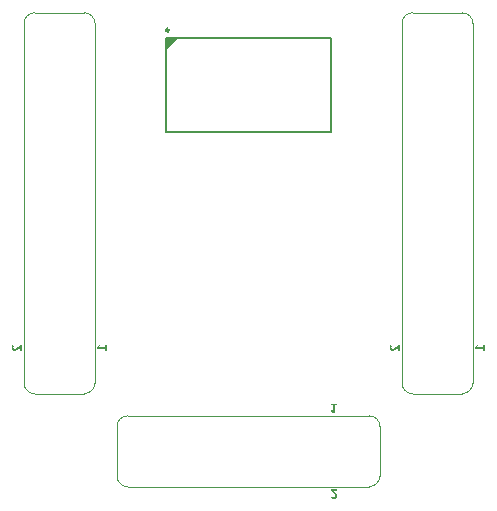
<source format=gbo>
G04*
G04 #@! TF.GenerationSoftware,Altium Limited,Altium Designer,22.0.2 (36)*
G04*
G04 Layer_Color=32896*
%FSAX24Y24*%
%MOIN*%
G70*
G04*
G04 #@! TF.SameCoordinates,F6E1E7C7-60DA-40DC-8EC0-405BC10227F4*
G04*
G04*
G04 #@! TF.FilePolarity,Positive*
G04*
G01*
G75*
%ADD10C,0.0098*%
%ADD11C,0.0039*%
%ADD12C,0.0079*%
G36*
X005118Y014980D02*
X005493Y015354D01*
X005118Y015354D01*
X005118Y014980D01*
D02*
G37*
G36*
X002938Y005112D02*
X002899Y005040D01*
X003106D01*
Y005122D01*
X003159D01*
Y004908D01*
X003106D01*
Y004979D01*
X002836D01*
Y005029D01*
X002889Y005131D01*
X002938Y005112D01*
D02*
G37*
G36*
X000071Y005098D02*
X000066Y005092D01*
X000062Y005087D01*
X000059Y005082D01*
X000055Y005077D01*
X000053Y005073D01*
X000051Y005070D01*
X000050Y005068D01*
X000050Y005067D01*
X000047Y005061D01*
X000045Y005055D01*
X000043Y005049D01*
X000042Y005044D01*
X000041Y005039D01*
X000041Y005035D01*
Y005032D01*
X000041Y005024D01*
X000042Y005021D01*
X000043Y005018D01*
X000044Y005016D01*
X000044Y005014D01*
X000045Y005013D01*
Y005013D01*
X000048Y005007D01*
X000051Y005002D01*
X000053Y005001D01*
X000053Y004999D01*
X000054Y004999D01*
X000055Y004998D01*
X000059Y004994D01*
X000064Y004992D01*
X000066Y004991D01*
X000067Y004990D01*
X000069Y004990D01*
X000069D01*
X000075Y004988D01*
X000080Y004987D01*
X000083Y004986D01*
X000085D01*
X000086D01*
X000086D01*
X000094Y004987D01*
X000098Y004987D01*
X000101Y004988D01*
X000104Y004988D01*
X000106Y004988D01*
X000108Y004989D01*
X000108D01*
X000112Y004990D01*
X000116Y004991D01*
X000119Y004992D01*
X000123Y004994D01*
X000126Y004996D01*
X000128Y004997D01*
X000130Y004998D01*
X000130Y004998D01*
X000135Y005001D01*
X000140Y005004D01*
X000144Y005008D01*
X000148Y005011D01*
X000152Y005014D01*
X000155Y005016D01*
X000157Y005018D01*
X000158Y005018D01*
X000164Y005023D01*
X000170Y005029D01*
X000176Y005035D01*
X000182Y005040D01*
X000187Y005045D01*
X000191Y005049D01*
X000193Y005050D01*
X000194Y005051D01*
X000194Y005052D01*
X000195Y005052D01*
X000271Y005128D01*
X000315D01*
Y004910D01*
X000260D01*
Y005045D01*
X000215Y004999D01*
X000209Y004992D01*
X000203Y004985D01*
X000197Y004980D01*
X000192Y004975D01*
X000188Y004971D01*
X000185Y004968D01*
X000183Y004967D01*
X000182Y004966D01*
X000176Y004960D01*
X000170Y004956D01*
X000165Y004952D01*
X000160Y004948D01*
X000156Y004945D01*
X000153Y004943D01*
X000151Y004942D01*
X000151Y004942D01*
X000144Y004938D01*
X000139Y004935D01*
X000133Y004933D01*
X000128Y004930D01*
X000124Y004928D01*
X000121Y004927D01*
X000119Y004927D01*
X000118Y004926D01*
X000112Y004925D01*
X000105Y004923D01*
X000099Y004922D01*
X000094Y004922D01*
X000089Y004921D01*
X000085Y004921D01*
X000083D01*
X000082D01*
X000082D01*
X000074Y004921D01*
X000066Y004922D01*
X000059Y004924D01*
X000053Y004925D01*
X000048Y004926D01*
X000045Y004928D01*
X000042Y004928D01*
X000041Y004929D01*
X000035Y004932D01*
X000030Y004935D01*
X000024Y004939D01*
X000020Y004942D01*
X000016Y004945D01*
X000014Y004948D01*
X000012Y004949D01*
X000012Y004950D01*
X000008Y004956D01*
X000004Y004961D01*
X000001Y004967D01*
X-000002Y004972D01*
X-000004Y004976D01*
X-000005Y004980D01*
X-000006Y004982D01*
X-000006Y004983D01*
Y004983D01*
X-000008Y004990D01*
X-000010Y004998D01*
X-000011Y005005D01*
X-000011Y005012D01*
X-000012Y005017D01*
X-000012Y005022D01*
Y005026D01*
X-000012Y005037D01*
X-000011Y005048D01*
X-000009Y005057D01*
X-000006Y005066D01*
X-000005Y005070D01*
X-000004Y005073D01*
X-000003Y005076D01*
X-000002Y005078D01*
X-000002Y005080D01*
X-000001Y005081D01*
X-000000Y005082D01*
Y005083D01*
X000004Y005092D01*
X000010Y005101D01*
X000014Y005109D01*
X000019Y005116D01*
X000024Y005122D01*
X000028Y005126D01*
X000029Y005128D01*
X000030Y005129D01*
X000030Y005129D01*
X000031Y005130D01*
X000071Y005098D01*
D02*
G37*
G36*
X012670Y005098D02*
X012665Y005092D01*
X012661Y005087D01*
X012657Y005082D01*
X012654Y005077D01*
X012651Y005073D01*
X012650Y005070D01*
X012649Y005068D01*
X012648Y005067D01*
X012645Y005061D01*
X012643Y005055D01*
X012642Y005049D01*
X012641Y005044D01*
X012640Y005039D01*
X012639Y005035D01*
Y005032D01*
X012640Y005024D01*
X012641Y005021D01*
X012641Y005018D01*
X012642Y005016D01*
X012643Y005014D01*
X012643Y005013D01*
Y005013D01*
X012646Y005007D01*
X012649Y005002D01*
X012651Y005001D01*
X012652Y004999D01*
X012653Y004999D01*
X012653Y004998D01*
X012658Y004994D01*
X012662Y004992D01*
X012665Y004991D01*
X012666Y004990D01*
X012667Y004990D01*
X012667D01*
X012674Y004988D01*
X012679Y004987D01*
X012681Y004986D01*
X012683D01*
X012684D01*
X012685D01*
X012693Y004987D01*
X012696Y004987D01*
X012700Y004988D01*
X012702Y004988D01*
X012704Y004988D01*
X012706Y004989D01*
X012706D01*
X012710Y004990D01*
X012714Y004991D01*
X012718Y004992D01*
X012722Y004994D01*
X012724Y004996D01*
X012727Y004997D01*
X012728Y004998D01*
X012729Y004998D01*
X012733Y005001D01*
X012738Y005004D01*
X012743Y005008D01*
X012747Y005011D01*
X012751Y005014D01*
X012754Y005016D01*
X012756Y005018D01*
X012756Y005018D01*
X012763Y005023D01*
X012769Y005029D01*
X012775Y005035D01*
X012781Y005040D01*
X012786Y005045D01*
X012790Y005049D01*
X012791Y005050D01*
X012792Y005051D01*
X012793Y005052D01*
X012793Y005052D01*
X012870Y005128D01*
X012913D01*
Y004910D01*
X012858D01*
Y005045D01*
X012814Y004999D01*
X012807Y004992D01*
X012801Y004985D01*
X012795Y004980D01*
X012790Y004975D01*
X012786Y004971D01*
X012783Y004968D01*
X012781Y004967D01*
X012781Y004966D01*
X012774Y004960D01*
X012769Y004956D01*
X012763Y004952D01*
X012759Y004948D01*
X012755Y004945D01*
X012752Y004943D01*
X012750Y004942D01*
X012749Y004942D01*
X012743Y004938D01*
X012737Y004935D01*
X012732Y004933D01*
X012727Y004930D01*
X012723Y004928D01*
X012719Y004927D01*
X012717Y004927D01*
X012717Y004926D01*
X012710Y004925D01*
X012704Y004923D01*
X012698Y004922D01*
X012692Y004922D01*
X012687Y004921D01*
X012684Y004921D01*
X012681D01*
X012681D01*
X012680D01*
X012672Y004921D01*
X012665Y004922D01*
X012658Y004924D01*
X012651Y004925D01*
X012647Y004926D01*
X012643Y004928D01*
X012641Y004928D01*
X012640Y004929D01*
X012634Y004932D01*
X012628Y004935D01*
X012623Y004939D01*
X012619Y004942D01*
X012615Y004945D01*
X012612Y004948D01*
X012611Y004949D01*
X012610Y004950D01*
X012606Y004956D01*
X012603Y004961D01*
X012599Y004967D01*
X012597Y004972D01*
X012595Y004976D01*
X012594Y004980D01*
X012593Y004982D01*
X012592Y004983D01*
Y004983D01*
X012590Y004990D01*
X012589Y004998D01*
X012588Y005005D01*
X012587Y005012D01*
X012587Y005017D01*
X012586Y005022D01*
Y005026D01*
X012587Y005037D01*
X012588Y005048D01*
X012590Y005057D01*
X012592Y005066D01*
X012593Y005070D01*
X012594Y005073D01*
X012595Y005076D01*
X012596Y005078D01*
X012597Y005080D01*
X012598Y005081D01*
X012598Y005082D01*
Y005083D01*
X012603Y005092D01*
X012608Y005101D01*
X012613Y005109D01*
X012618Y005116D01*
X012622Y005122D01*
X012626Y005126D01*
X012627Y005128D01*
X012628Y005129D01*
X012629Y005129D01*
X012629Y005130D01*
X012670Y005098D01*
D02*
G37*
G36*
X015537Y005112D02*
X015498Y005040D01*
X015705D01*
Y005122D01*
X015758D01*
Y004908D01*
X015705D01*
Y004979D01*
X015434D01*
Y005029D01*
X015488Y005131D01*
X015537Y005112D01*
D02*
G37*
G36*
X010840Y003106D02*
X010769D01*
Y002836D01*
X010719D01*
X010617Y002889D01*
X010637Y002938D01*
X010708Y002899D01*
Y003106D01*
X010626D01*
Y003159D01*
X010840D01*
Y003106D01*
D02*
G37*
G36*
X010838Y000260D02*
X010703D01*
X010749Y000215D01*
X010756Y000209D01*
X010763Y000203D01*
X010768Y000197D01*
X010773Y000192D01*
X010777Y000188D01*
X010780Y000185D01*
X010781Y000183D01*
X010782Y000182D01*
X010788Y000176D01*
X010792Y000170D01*
X010796Y000165D01*
X010800Y000160D01*
X010803Y000156D01*
X010805Y000153D01*
X010806Y000151D01*
X010806Y000151D01*
X010810Y000144D01*
X010813Y000139D01*
X010815Y000133D01*
X010818Y000128D01*
X010820Y000124D01*
X010821Y000121D01*
X010821Y000119D01*
X010822Y000118D01*
X010823Y000112D01*
X010825Y000105D01*
X010826Y000099D01*
X010826Y000094D01*
X010827Y000089D01*
X010827Y000085D01*
Y000083D01*
Y000082D01*
Y000082D01*
X010827Y000074D01*
X010826Y000066D01*
X010824Y000059D01*
X010823Y000053D01*
X010822Y000048D01*
X010820Y000045D01*
X010820Y000042D01*
X010819Y000041D01*
X010816Y000035D01*
X010813Y000030D01*
X010809Y000024D01*
X010806Y000020D01*
X010803Y000016D01*
X010800Y000014D01*
X010799Y000012D01*
X010798Y000012D01*
X010793Y000008D01*
X010787Y000004D01*
X010781Y000001D01*
X010777Y-000002D01*
X010772Y-000004D01*
X010768Y-000005D01*
X010766Y-000006D01*
X010765Y-000006D01*
X010765D01*
X010758Y-000008D01*
X010750Y-000010D01*
X010743Y-000011D01*
X010736Y-000011D01*
X010731Y-000012D01*
X010726Y-000012D01*
X010722D01*
X010711Y-000012D01*
X010700Y-000011D01*
X010691Y-000009D01*
X010682Y-000006D01*
X010679Y-000005D01*
X010675Y-000004D01*
X010672Y-000003D01*
X010670Y-000002D01*
X010668Y-000002D01*
X010667Y-000001D01*
X010666Y-000000D01*
X010665D01*
X010656Y000004D01*
X010647Y000010D01*
X010639Y000014D01*
X010632Y000019D01*
X010626Y000024D01*
X010622Y000028D01*
X010620Y000029D01*
X010619Y000030D01*
X010619Y000030D01*
X010618Y000031D01*
X010650Y000071D01*
X010656Y000066D01*
X010661Y000062D01*
X010666Y000059D01*
X010671Y000055D01*
X010675Y000053D01*
X010678Y000051D01*
X010680Y000050D01*
X010681Y000050D01*
X010687Y000047D01*
X010693Y000045D01*
X010699Y000043D01*
X010704Y000042D01*
X010709Y000041D01*
X010713Y000041D01*
X010716D01*
X010724Y000041D01*
X010727Y000042D01*
X010730Y000043D01*
X010732Y000044D01*
X010734Y000044D01*
X010735Y000045D01*
X010736D01*
X010741Y000048D01*
X010746Y000051D01*
X010747Y000053D01*
X010749Y000053D01*
X010749Y000054D01*
X010750Y000055D01*
X010754Y000059D01*
X010756Y000064D01*
X010757Y000066D01*
X010758Y000067D01*
X010758Y000069D01*
Y000069D01*
X010761Y000075D01*
X010761Y000080D01*
X010762Y000083D01*
Y000085D01*
Y000086D01*
Y000086D01*
X010761Y000094D01*
X010761Y000098D01*
X010761Y000101D01*
X010760Y000104D01*
X010760Y000106D01*
X010759Y000108D01*
Y000108D01*
X010758Y000112D01*
X010757Y000116D01*
X010756Y000119D01*
X010754Y000123D01*
X010752Y000126D01*
X010751Y000128D01*
X010750Y000130D01*
X010750Y000130D01*
X010747Y000135D01*
X010744Y000140D01*
X010740Y000144D01*
X010737Y000148D01*
X010734Y000152D01*
X010732Y000155D01*
X010730Y000157D01*
X010730Y000158D01*
X010725Y000164D01*
X010719Y000170D01*
X010713Y000176D01*
X010708Y000182D01*
X010703Y000187D01*
X010699Y000191D01*
X010698Y000193D01*
X010697Y000194D01*
X010696Y000194D01*
X010696Y000195D01*
X010620Y000271D01*
Y000315D01*
X010838D01*
Y000260D01*
D02*
G37*
D10*
X005226Y015610D02*
G03*
X005226Y015610I-000049J000000D01*
G01*
D11*
X000394Y003848D02*
G03*
X000748Y003494I000354J000000D01*
G01*
X002402D02*
G03*
X002756Y003848I000000J000354D01*
G01*
Y015837D02*
G03*
X002402Y016191I-000354J000000D01*
G01*
X000748D02*
G03*
X000394Y015837I000000J-000354D01*
G01*
X013346Y016191D02*
G03*
X012992Y015837I000000J-000354D01*
G01*
X015354D02*
G03*
X015000Y016191I-000354J000000D01*
G01*
Y003494D02*
G03*
X015354Y003848I000000J000354D01*
G01*
X012992D02*
G03*
X013346Y003494I000354J000000D01*
G01*
X003848Y002756D02*
G03*
X003494Y002402I000000J-000354D01*
G01*
Y000748D02*
G03*
X003848Y000394I000354J000000D01*
G01*
X011900D02*
G03*
X012254Y000748I000000J000354D01*
G01*
Y002402D02*
G03*
X011900Y002756I-000354J000000D01*
G01*
X000748Y003494D02*
X002402D01*
X002756Y003848D02*
Y015837D01*
X000748Y016191D02*
X002402D01*
X000394Y003848D02*
Y015837D01*
X012992Y003848D02*
Y015837D01*
X013346Y016191D02*
X015000D01*
X015354Y003848D02*
Y015837D01*
X013346Y003494D02*
X015000D01*
X003494Y000748D02*
Y002402D01*
X003848Y000394D02*
X011900D01*
X012254Y000748D02*
Y002402D01*
X003848Y002756D02*
X011900D01*
D12*
X005118Y014980D02*
X005493Y015354D01*
X005118D02*
X010630D01*
X005118Y012205D02*
X010630D01*
X005118D02*
Y015354D01*
X010630Y012205D02*
Y015354D01*
M02*

</source>
